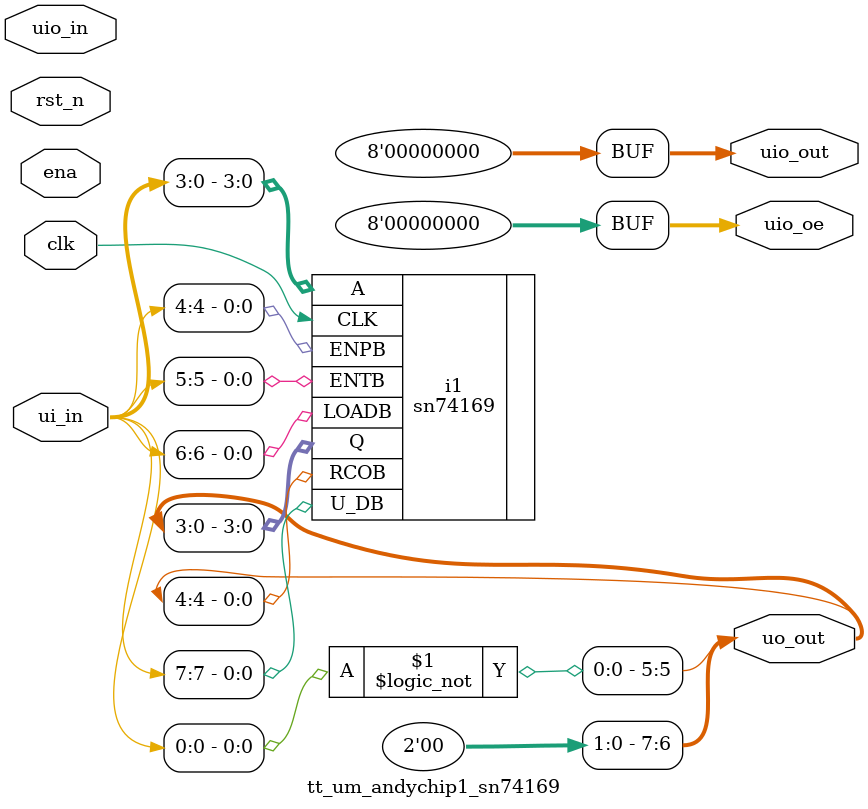
<source format=v>
/*
 * Copyright (c) 2024 Andrew Chen 
 * SPDX-License-Identifier: Apache-2.0
 */

`define default_netname none

module tt_um_andychip1_sn74169 (
    input  wire [7:0] ui_in,    // Dedicated inputs
    output wire [7:0] uo_out,   // Dedicated outputs
    input  wire [7:0] uio_in,   // IOs: Input path
    output wire [7:0] uio_out,  // IOs: Output path
    output wire [7:0] uio_oe,   // IOs: Enable path (active high: 0=input, 1=output)
    input  wire       ena,      // will go high when the design is enabled
    input  wire       clk,      // clock
    input  wire       rst_n     // reset_n - low to reset
);

  // All output pins must be assigned. If not used, assign to 0.
  assign uio_out = 0;
  assign uio_oe  = 0;
  assign uo_out[7:6] = 2'b00;
  assign uo_out[5] = !ui_in[0];

sn74169 i1(.A(ui_in[3:0]),.CLK(clk),.ENPB(ui_in[4]),.ENTB(ui_in[5]),.LOADB(ui_in[6]),.Q(uo_out[3:0]),.RCOB(uo_out[4]),.U_DB(ui_in[7]));


endmodule

</source>
